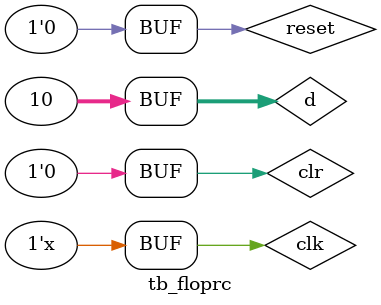
<source format=sv>
`timescale 1ns / 1ps


module tb_floprc();
logic clk, reset, clr;
logic [31:0] d, q;

floprc #(32) dut(clk, reset, clr, d, q);

always #5 clk=~clk;

initial begin
clk=0;
reset=1;
clr=0;
d=32'd4;
#12;
reset=0;
#10
d=32'd10;
end

endmodule

</source>
